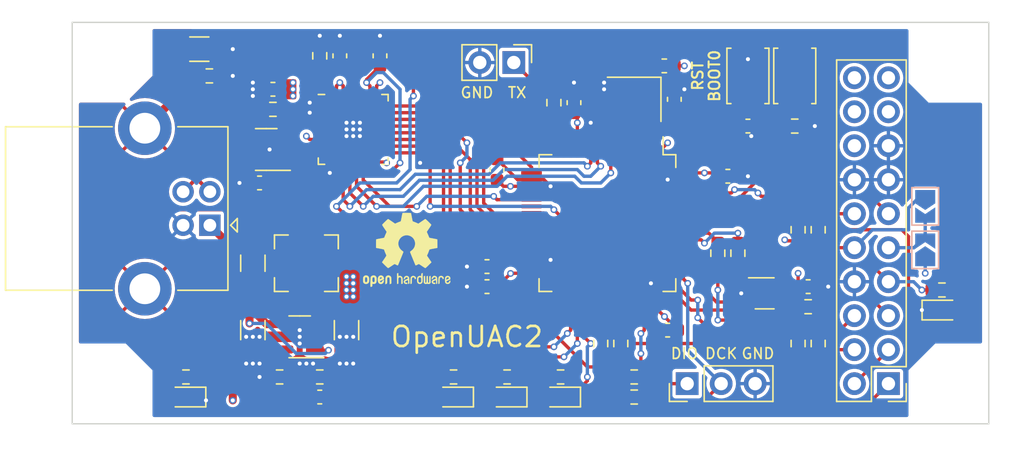
<source format=kicad_pcb>
(kicad_pcb (version 20211014) (generator pcbnew)
  (layers (0 "F.Cu" signal) (1 "In1.Cu" signal) (2 "In2.Cu" signal) (31 "B.Cu" signal) (34 "B.Paste" user) (35 "F.Paste" user) (36 "B.SilkS" user "B.Silkscreen") (37 "F.SilkS" user "F.Silkscreen") (38 "B.Mask" user) (39 "F.Mask" user) (44 "Edge.Cuts" user))
  (net 0 "")
  (net 1 "VBUS")
  (net 2 "GND")
  (net 3 "+3V3")
  (net 4 "Net-(C11-Pad2)")
  (net 5 "Net-(C12-Pad2)")
  (net 6 "Net-(D1-Pad2)")
  (net 7 "Net-(F1-Pad1)")
  (net 8 "Net-(L1-Pad1)")
  (net 9 "/RCC_MCO1")
  (net 13 "/ULPI_STP")
  (net 15 "/ULPI_DIR")
  (net 16 "/ULPI_NXT")
  (net 19 "/ULPI_D0")
  (net 21 "/ULPI_CK")
  (net 23 "/I2S_DATA{slash}DSD1")
  (net 26 "/ULPI_D1")
  (net 27 "/ULPI_D2")
  (net 28 "/ULPI_D4")
  (net 29 "/ULPI_D3")
  (net 30 "/ULPI_D5")
  (net 31 "/ULPI_D6")
  (net 32 "/LED1")
  (net 33 "Net-(D2-Pad2)")
  (net 36 "/RCC_MCO2")
  (net 41 "/SWD_IO")
  (net 42 "/SWD_CK")
  (net 43 "/EXTI2")
  (net 44 "/I2S_BCK{slash}DSDCK")
  (net 46 "/ULPI_D7")
  (net 52 "/24M_CK")
  (net 53 "/I2S_MCK")
  (net 54 "/I2S_LRCK{slash}DSD2")
  (net 55 "/I2S3_WS")
  (net 56 "/I2S3_CK")
  (net 57 "/I2S1_CK")
  (net 58 "/F0")
  (net 59 "/F1")
  (net 60 "/F2")
  (net 61 "/F3")
  (net 62 "/MUTE")
  (net 63 "/DSDOE")
  (net 64 "/USB_SHIELD")
  (net 65 "/USB_CONN_D+")
  (net 66 "/USB_CONN_D-")
  (net 67 "/USB_D-")
  (net 68 "/USB_D+")
  (net 69 "/I2S1_SD")
  (net 70 "/I2S3_SD")
  (net 71 "/I2C1_SCL")
  (net 72 "/I2C1_SDA")
  (net 73 "/NRST")
  (net 74 "Net-(C16-Pad2)")
  (net 75 "/BOOT0")
  (net 76 "/LED2")
  (net 77 "Net-(D3-Pad2)")
  (net 78 "Net-(J4-Pad9)")
  (net 80 "Net-(C8-Pad1)")
  (net 81 "Net-(C15-Pad2)")
  (net 82 "Net-(U3-Pad5)")
  (net 83 "/UART4_TX")
  (net 84 "Net-(R2-Pad1)")
  (net 85 "Net-(D2-Pad1)")
  (net 86 "Net-(D4-Pad2)")
  (net 87 "Net-(R17-Pad2)")
  (net 88 "Net-(R21-Pad1)")
  (net 89 "Net-(D5-Pad2)")
  (net 90 "Net-(R23-Pad2)")
  (footprint "Inductor_SMD:L_Bourns-SRN4018" (layer "F.Cu") (at 67.5 68)
    (fp_text reference "L1" hide)
    (fp_text value "4.7u")
  )
  (footprint "Resistor_SMD:R_0603_1608Metric" (layer "F.Cu") (at 104.25 74 -90)
    (fp_text reference "R18" hide)
    (fp_text value "22")
  )
  (footprint "Inductor_SMD:L_0603_1608Metric" (layer "F.Cu") (at 94.25 53.25 180)
    (fp_text reference "FB1" hide)
    (fp_text value "600R")
  )
  (footprint "MountingHole:MountingHole_3.2mm_M3" (layer "F.Cu") (at 116 52.5)
    (fp_text reference "H1" hide)
    (fp_text value "MountingHole")
  )
  (footprint "MountingHole:MountingHole_3.2mm_M3" (layer "F.Cu") (at 116 77.5)
    (fp_text reference "H4" hide)
    (fp_text value "MountingHole")
  )
  (footprint "Connector_USB:USB_B_Lumberg_2411_02_Horizontal" (layer "F.Cu") (at 60.2875 65.16 180)
    (fp_text reference "J1" hide)
    (fp_text value "USB_B")
  )
  (footprint "Capacitor_SMD:C_1206_3216Metric" (layer "F.Cu") (at 70.5 73 -90)
    (fp_text reference "C7" hide)
    (fp_text value "106/50V")
  )
  (footprint "Resistor_SMD:R_0603_1608Metric" (layer "F.Cu") (at 89.5 74 -90)
    (fp_text reference "R15" hide)
    (fp_text value "10")
  )
  (footprint "Resistor_SMD:R_0603_1608Metric" (layer "F.Cu") (at 92 76.5)
    (fp_text reference "R7" hide)
    (fp_text value "10k")
  )
  (footprint "Resistor_SMD:R_0603_1608Metric" (layer "F.Cu") (at 105.75 74 -90)
    (fp_text reference "R16" hide)
    (fp_text value "22")
  )
  (footprint "Resistor_SMD:R_0603_1608Metric" (layer "F.Cu") (at 86.5 76.5 180)
    (fp_text reference "R11" hide)
    (fp_text value "1k")
  )
  (footprint "Resistor_SMD:R_0603_1608Metric" (layer "F.Cu") (at 91 74 -90)
    (fp_text reference "R6" hide)
    (fp_text value "10")
  )
  (footprint "Resistor_SMD:R_0603_1608Metric" (layer "F.Cu") (at 86 56 90)
    (fp_text reference "R2" hide)
    (fp_text value "22")
  )
  (footprint "Crystal:Crystal_SMD_3225-4Pin_3.2x2.5mm" (layer "F.Cu") (at 92 55.75 180)
    (fp_text reference "X1" hide)
    (fp_text value "24.576M")
  )
  (footprint "Capacitor_SMD:C_0603_1608Metric" (layer "F.Cu") (at 70 52.5 -90)
    (fp_text reference "C16" hide)
    (fp_text value "475")
  )
  (footprint "Resistor_SMD:R_0603_1608Metric" (layer "F.Cu") (at 68.5 52.5 -90)
    (fp_text reference "R23" hide)
    (fp_text value "12k")
  )
  (footprint "Fuse:Fuse_1206_3216Metric" (layer "F.Cu") (at 63.5 68 -90)
    (fp_text reference "F1" hide)
    (fp_text value "500mA")
  )
  (footprint "Button_Switch_SMD:SW_Push_SPST_NO_Alps_SKRK" (layer "F.Cu") (at 104 54 90)
    (fp_text reference "SW1" hide)
    (fp_text value "SW_Push")
  )
  (footprint "Resistor_SMD:R_0603_1608Metric" (layer "F.Cu") (at 78.5 76.5)
    (fp_text reference "R19" hide)
    (fp_text value "1k")
  )
  (footprint "Resistor_SMD:R_0603_1608Metric" (layer "F.Cu") (at 60.25 54 180)
    (fp_text reference "R4" hide)
    (fp_text value "1M")
  )
  (footprint "Capacitor_SMD:C_0603_1608Metric" (layer "F.Cu") (at 87.5 56 -90)
    (fp_text reference "C6" hide)
    (fp_text value "104")
  )
  (footprint "Capacitor_SMD:C_0603_1608Metric" (layer "F.Cu") (at 81.75 61 -90)
    (fp_text reference "C3" hide)
    (fp_text value "104")
  )
  (footprint "Connector_PinHeader_2.54mm:PinHeader_1x02_P2.54mm_Vertical" (layer "F.Cu") (at 83 53 -90)
    (fp_text reference "J2" hide)
    (fp_text value "Conn_01x02")
  )
  (footprint "Resistor_SMD:R_0603_1608Metric" (layer "F.Cu") (at 104 57.75 180)
    (fp_text reference "R12" hide)
    (fp_text value "100k")
  )
  (footprint "Capacitor_SMD:C_0603_1608Metric" (layer "F.Cu") (at 73 52.5 -90)
    (fp_text reference "C15" hide)
    (fp_text value "475")
  )
  (footprint "Resistor_SMD:R_0603_1608Metric" (layer "F.Cu") (at 105 71.25)
    (fp_text reference "R21" hide)
    (fp_text value "10")
  )
  (footprint "Capacitor_SMD:C_0603_1608Metric" (layer "F.Cu") (at 100.5 57.75)
    (fp_text reference "C14" hide)
    (fp_text value "104")
  )
  (footprint "Resistor_SMD:R_0603_1608Metric" (layer "F.Cu") (at 65 56.5)
    (fp_text reference "R17" hide)
    (fp_text value "10k")
  )
  (footprint "Button_Switch_SMD:SW_Push_SPST_NO_Alps_SKRK" (layer "F.Cu") (at 100.5 54 -90)
    (fp_text reference "SW2" hide)
    (fp_text value "SW_Push")
  )
  (footprint "Capacitor_SMD:C_0603_1608Metric" (layer "F.Cu") (at 99 61.5 180)
    (fp_text reference "C2" hide)
    (fp_text value "104")
  )
  (footprint "Resistor_SMD:R_0603_1608Metric" (layer "F.Cu") (at 65.5 76.5)
    (fp_text reference "R3" hide)
    (fp_text value "100k")
  )
  (footprint "Capacitor_SMD:C_1206_3216Metric" (layer "F.Cu") (at 59.5 52)
    (fp_text reference "C10" hide)
    (fp_text value "104")
  )
  (footprint "Capacitor_SMD:C_1206_3216Metric" (layer "F.Cu") (at 63.5 73 -90)
    (fp_text reference "C1" hide)
    (fp_text value "106/50V")
  )
  (footprint "Capacitor_SMD:C_0603_1608Metric" (layer "F.Cu") (at 68.5 78)
    (fp_text reference "C8" hide)
    (fp_text value "10p")
  )
  (footprint "MountingHole:MountingHole_3.2mm_M3" (layer "F.Cu") (at 52.5 52.5)
    (fp_text reference "H3" hide)
    (fp_text value "MountingHole")
  )
  (footprint "Package_TO_SOT_SMD:SOT-23-5" (layer "F.Cu") (at 67 73.5 180)
    (fp_text reference "U1" hide)
    (fp_text value "SY8088")
  )
  (footprint "Resistor_SMD:R_0603_1608Metric" (layer "F.Cu") (at 82.5 76.5)
    (fp_text reference "R20" hide)
    (fp_text value "1k")
  )
  (footprint "Capacitor_SMD:C_0603_1608Metric" (layer "F.Cu") (at 64 62 180)
    (fp_text reference "C9" hide)
    (fp_text value "104")
  )
  (footprint "Resistor_SMD:R_0603_1608Metric" (layer "F.Cu") (at 92 78)
    (fp_text reference "R9" hide)
    (fp_text value "10k")
  )
  (footprint "Package_DFN_QFN:QFN-32-1EP_5x5mm_P0.5mm_EP3.45x3.45mm" (layer "F.Cu") (at 71 58)
    (fp_text reference "U4" hide)
    (fp_text value "USB3300-EZK")
  )
  (footprint "Capacitor_SMD:C_0603_1608Metric" (layer "F.Cu") (at 105 69.75)
    (fp_text reference "C17" hide)
    (fp_text value "103")
  )
  (footprint "Package_QFP:LQFP-64_10x10mm_P0.5mm" (layer "F.Cu") (at 90 65 -90)
    (fp_text reference "U3" hide)
    (fp_text value "STM32F446RETx")
  )
  (footprint "LED_SMD:LED_0603_1608Metric" (layer "F.Cu") (at 86.5 78 180)
    (fp_text reference "D2" hide)
    (fp_text value "LED_BLUE")
  )
  (footprint "Resistor_SMD:R_0603_1608Metric" (layer "F.Cu") (at 68.5 76.5)
    (fp_text reference "R1" hide)
    (fp_text value "453k")
  )
  (footprint "Package_TO_SOT_SMD:SOT-363_SC-70-6" (layer "F.Cu") (at 101.75 70.25)
    (fp_text reference "U5" hide)
    (fp_text value "74LVC1G3157")
  )
  (footprint "Resistor_SMD:R_0603_1608Metric" (layer "F.Cu") (at 115 70 180)
    (fp_text reference "R22" hide)
    (fp_text value "1k")
  )
  (footprint "Capacitor_SMD:C_0603_1608Metric" (layer "F.Cu") (at 94.5 73)
    (fp_text reference "C5" hide)
    (fp_text value "104")
  )
  (footprint "Resistor_SMD:R_0603_1608Metric" (layer "F.Cu") (at 104.25 65.5 90)
    (fp_text reference "R13" hide)
    (fp_text value "4.7k")
  )
  (footprint "MountingHole:MountingHole_3.2mm_M3" (layer "F.Cu") (at 52.5 77.5)
    (fp_text reference "H2" hide)
    (fp_text value "MountingHole")
  )
  (footprint "Resistor_SMD:R_0603_1608Metric" (layer "F.Cu") (at 98.25 67.25 90)
    (fp_text reference "R10" hide)
    (fp_text value "0")
  )
  (footprint "Resistor_SMD:R_0603_1608Metric" (layer "F.Cu") (at 99.75 67.25 -90)
    (fp_text reference "R8" hide)
    (fp_text value "0")
  )
  (footprint "Capacitor_SMD:C_0603_1608Metric" (layer "F.Cu") (at 81 68.25)
    (fp_text reference "C11" hide)
    (fp_text value "104")
  )
  (footprint "Connector_PinHeader_2.54mm:PinHeader_2x10_P2.54mm_Vertical" (layer "F.Cu") (at 111 77 180)
    (fp_text reference "J4" hide)
    (fp_text value "Conn_02x10_Top_Bottom")
  )
  (footprint "Resistor_SMD:R_0603_1608Metric" (layer "F.Cu") (at 58.5 76.5)
    (fp_text reference "R5" hide)
    (fp_text value "1k")
  )
  (footprint "Package_TO_SOT_SMD:SOT-23-6" (layer "F.Cu") (at 64.5 59.5 180)
    (fp_text reference "U2" hide)
    (fp_text value "USBLC6-2SC6")
  )
  (footprint "Symbol:OSHW-Logo2_7.3x6mm_SilkScreen" (layer "F.Cu") (at 75 67)
    (fp_text reference "REF**" hide)
    (fp_text value "OSHW-Logo2_7.3x6mm_SilkScreen" hide)
  )
  (footprint "LED_SMD:LED_0603_1608Metric" (layer "F.Cu") (at 82.5 78 180)
    (fp_text reference "D4" hide)
    (fp_text value "LED_GREEN")
  )
  (footprint "Resistor_SMD:R_0603_1608Metric" (layer "F.Cu") (at 105.75 65.5 90)
    (fp_text reference "R14" hide)
    (fp_text value "4.7k")
  )
  (footprint "Capacitor_SMD:C_0603_1608Metric" (layer "F.Cu") (at 95 55.75 -90)
    (fp_text reference "C12" hide)
    (fp_text value "103")
  )
  (footprint "Capacitor_SMD:C_0603_1608Metric" (layer "F.Cu") (at 81 69.75)
    (fp_text reference "C4" hide)
    (fp_text value "104")
  )
  (footprint "LED_SMD:LED_0603_1608Metric" (layer "F.Cu") (at 78.5 78 180)
    (fp_text reference "D3" hide)
    (fp_text value "LED_RED")
  )
  (footprint "LED_SMD:LED_0603_1608Metric" (layer "F.Cu") (at 115 71.5)
    (fp_text reference "D5" hide)
    (fp_text value "LED_YELLOW")
  )
  (footprint "Capacitor_SMD:C_0603_1608Metric" (layer "F.Cu") (at 65 55)
    (fp_text reference "C13" hide)
    (fp_text value "104")
  )
  (footprint "Connector_PinHeader_2.54mm:PinHeader_1x03_P2.54mm_Vertical" (layer "F.Cu") (at 95.96 77 90)
    (fp_text reference "J3" hide)
    (fp_text value "Conn_01x03")
  )
  (footprint "LED_SMD:LED_0603_1608Metric" (layer "F.Cu") (at 58.5 78 180)
    (fp_text reference "D1" hide)
    (fp_text value "LED_WHITE")
  )
  (footprint "Jumper:SolderJumper-2_P1.3mm_Open_TrianglePad1.0x1.5mm" (layer "B.Cu") (at 113.75 67 90)
    (fp_text reference "JP2" hide)
    (fp_text value "SolderJumper_2_Open")
  )
  (footprint "Jumper:SolderJumper-2_P1.3mm_Open_TrianglePad1.0x1.5mm" (layer "B.Cu") (at 113.75 63.75 -90)
    (fp_text reference "JP1" hide)
    (fp_text value "SolderJumper_2_Open")
  )
  (gr_line (start 50 50) (end 50 80) (layer "Edge.Cuts") (width 0.1))
  (gr_line (start 50 50) (end 118.5 50) (layer "Edge.Cuts") (width 0.1))
  (gr_line (start 118.5 80) (end 118.5 50) (layer "Edge.Cuts") (width 0.1))
  (gr_line (start 50 80) (end 118.5 80) (layer "Edge.Cuts") (width 0.1))
  (gr_text "GND" (at 101.25 74.75) (layer "F.SilkS") (effects (font (size 0.8 0.8) (thickness 0.125))))
  (gr_text "TX" (at 83.25 55.25) (layer "F.SilkS") (effects (font (size 0.8 0.8) (thickness 0.125))))
  (gr_text "OpenUAC2" (at 79.5 73.5) (layer "F.SilkS") (effects (font (size 1.5 1.5) (thickness 0.2))))
  (gr_text "GND" (at 80.25 55.25) (layer "F.SilkS") (effects (font (size 0.8 0.8) (thickness 0.125))))
  (gr_text "DCK" (at 98.5 74.75) (layer "F.SilkS") (effects (font (size 0.8 0.8) (thickness 0.125))))
  (gr_text "DIO" (at 95.75 74.75) (layer "F.SilkS") (effects (font (size 0.8 0.8) (thickness 0.125))))
  (gr_text "BOOT0\n" (at 98 54 90) (layer "F.SilkS") (effects (font (size 0.8 0.8))))
  (gr_text "RST" (at 96.75 54 90) (layer "F.SilkS") (effects (font (size 0.8 0.8))))
  (segment (start 57.75 66.5) (end 60.6 66.5) (width 0.25) (layer "F.Cu") (net 1))
  (segment (start 62.775 64) (end 57.5 64) (width 0.25) (layer "F.Cu") (net 1))
  (segment (start 64.5 56.825) (end 64.175 56.5) (width 0.25) (layer "F.Cu") (net 1))
  (segment (start 69.1505 74.5) (end 68.1875 74.5) (width 0.25) (layer "F.Cu") (net 1))
  (segment (start 64.5 58.75) (end 64.5 56.825) (width 0.25) (layer "F.Cu") (net 1))
  (segment (start 60.6 66.5) (end 63.5 69.4) (width 0.25) (layer "F.Cu") (net 1))
  (segment (start 62 78.25) (end 62 71.75) (width 0.6) (layer "F.Cu") (net 1))
  (segment (start 57 65.75) (end 57.75 66.5) (width 0.25) (layer "F.Cu") (net 1))
  (segment (start 62 71.75) (end 62.25 71.5) (width 0.6) (layer "F.Cu") (net 1))
  (segment (start 63.25 71.775) (end 63.5 71.525) (width 0.6) (layer "F.Cu") (net 1))
  (segment (start 63.475 71.5) (end 63.5 71.525) (width 0.6) (layer "F.Cu") (net 1))
  (segment (start 64 59.5) (end 63.3625 59.5) (width 0.25) (layer "F.Cu") (net 1))
  (segment (start 62.25 71.5) (end 63.475 71.5) (width 0.6) (layer "F.Cu") (net 1))
  (segment (start 64.5 61.725) (end 64.775 62) (width 0.25) (layer "F.Cu") (net 1))
  (segment (start 63.25 72.5) (end 63.25 71.775) (width 0.6) (layer "F.Cu") (net 1))
  (segment (start 63.5 69.4) (end 63.5 71.525) (width 0.6) (layer "F.Cu") (net 1))
  (segment (start 65.8625 72.55) (end 64.525 72.55) (width 0.6) (layer "F.Cu") (net 1))
  (segment (start 64.5 60.25) (end 64.5 61.725) (width 0.25) (layer "F.Cu") (net 1))
  (segment (start 64 59.75) (end 64.5 60.25) (width 0.25) (layer "F.Cu") (net 1))
  (segment (start 57 64.5) (end 57 65.75) (width 0.25) (layer "F.Cu") (net 1))
  (segment (start 64 59.5) (end 64 59.25) (width 0.25) (layer "F.Cu") (net 1))
  (segment (start 64 59.25) (end 64.5 58.75) (width 0.25) (layer "F.Cu") (net 1))
  (segment (start 57.5 64) (end 57 64.5) (width 0.25) (layer "F.Cu") (net 1))
  (segment (start 64 59.5) (end 64 59.75) (width 0.25) (layer "F.Cu") (net 1))
  (segment (start 68.1875 74.5) (end 68.1375 74.45) (width 0.25) (layer "F.Cu") (net 1))
  (segment (start 64.525 72.55) (end 63.5 71.525) (width 0.6) (layer "F.Cu") (net 1))
  (segment (start 64.775 62) (end 62.775 64) (width 0.25) (layer "F.Cu") (net 1))
  (via (at 62 78.25) (size 0.5) (drill 0.3) (layers "F.Cu" "B.Cu") (net 1))
  (via (at 69.1505 74.5) (size 0.5) (drill 0.3) (layers "F.Cu" "B.Cu") (net 1))
  (via (at 63.25 72.5) (size 0.5) (drill 0.3) (layers "F.Cu" "B.Cu") (net 1))
  (via (at 113.75 68.75) (size 0.5) (drill 0.3) (layers "F.Cu" "B.Cu") (net 1))
  (segment (start 68.9005 74.75) (end 66.75 74.75) (width 0.25) (layer "B.Cu") (net 1))
  (segment (start 66.75 74.75) (end 64.5 72.5) (width 0.25) (layer "B.Cu") (net 1))
  (segment (start 113.75 68.75) (end 113.75 67.725) (width 0.25) (layer "B.Cu") (net 1))
  (segment (start 64.5 72.5) (end 63.25 72.5) (width 0.25) (layer "B.Cu") (net 1))
  (segment (start 69.1505 74.5) (end 68.9005 74.75) (width 0.25) (layer "B.Cu") (net 1))
  (segment (start 95.675 61.75) (end 94.5 61.75) (width 0.25) (layer "F.Cu") (net 2))
  (segment (start 88.25 58.484994) (end 88.25 58) (width 0.25) (layer "F.Cu") (net 2))
  (segment (start 83.275 61.75) (end 81.75 60.225) (width 0.25) (layer "F.Cu") (net 2))
  (segment (start 88.25 58.484994) (end 88.25 59.325) (width 0.25) (layer "F.Cu") (net 2))
  (segment (start 68.5625 56.25) (end 68 56.25) (width 0.25) (layer "F.Cu") (net 2))
  (segment (start 68 56.25) (end 67.75 56) (width 0.25) (layer "F.Cu") (net 2))
  (segment (start 69.25 61.25) (end 69.25 60.4375) (width 0.25) (layer "F.Cu") (net 2))
  (segment (start 93.25 70.675) (end 93.25 69.5) (width 0.25) (layer "F.Cu") (net 2))
  (segment (start 100.8 70.25) (end 100 70.25) (width 0.25) (layer "F.Cu") (net 2))
  (segment (start 93.25 72.525) (end 93.725 73) (width 0.25) (layer "F.Cu") (net 2))
  (segment (start 85.25 68.25) (end 84.325 68.25) (width 0.25) (layer "F.Cu") (net 2))
  (segment (start 59.5375 78.25) (end 60 78.25) (width 0.25) (layer "F.Cu") (net 2))
  (segment (start 93.25 70.675) (end 93.25 72.525) (width 0.25) (layer "F.Cu") (net 2))
  (segment (start 80.225 69.75) (end 79.5 69.75) (width 0.25) (layer "F.Cu") (net 2))
  (segment (start 95.025 55) (end 95 54.975) (width 0.25) (layer "F.Cu") (net 2))
  (segment (start 100.5 51.9) (end 100.5 52.75) (width 0.25) (layer "F.Cu") (net 2))
  (segment (start 84.325 61.75) (end 83.275 61.75) (width 0.25) (layer "F.Cu") (net 2))
  (segment (start 65.6375 59.5) (end 64.75 59.5) (width 0.25) (layer "F.Cu") (net 2))
  (segment (start 68.5 51.675) (end 68.5 51) (width 0.25) (layer "F.Cu") (net 2))
  (segment (start 114.2125 71.5) (end 113.5 71.5) (width 0.25) (layer "F.Cu") (net 2))
  (segment (start 87.5 55.225) (end 87.5 54.5) (width 0.25) (layer "F.Cu") (net 2))
  (segment (start 85.75 62.25) (end 85.25 61.75) (width 0.25) (layer "F.Cu") (net 2))
  (segment (start 61.075 54) (end 62 54) (width 0.25) (layer "F.Cu") (net 2))
  (segment (start 85.75 67.75) (end 85.25 68.25) (width 0.25) (layer "F.Cu") (net 2))
  (segment (start 63.225 62) (end 62.5 62) (width 0.25) (layer "F.Cu") (net 2))
  (segment (start 60.975 52) (end 62 52) (width 0.25) (layer "F.Cu") (net 2))
  (segment (start 88.25 58) (end 88.75 57.5) (width 0.25) (layer "F.Cu") (net 2))
  (segment (start 70 51.725) (end 70 51) (width 0.25) (layer "F.Cu") (net 2))
  (segment (start 105.775 69.75) (end 106.5 69.75) (width 0.25) (layer "F.Cu") (net 2))
  (segment (start 100.75 58.5) (end 101.275 57.975) (width 0.25) (layer "F.Cu") (net 2))
  (segment (start 59.2875 78) (end 59.5375 78.25) (width 0.25) (layer "F.Cu") (net 2))
  (segment (start 85.25 61.75) (end 84.325 61.75) (width 0.25) (layer "F.Cu") (net 2))
  (segment (start 80.225 68.25) (end 79.5 68.25) (width 0.25) (layer "F.Cu") (net 2))
  (segment (start 95.75 55) (end 95.025 55) (width 0.25) (layer "F.Cu") (net 2))
  (segment (start 68.5625 56.75) (end 67.75 56.75) (width 0.25) (layer "F.Cu") (net 2))
  (segment (start 100.5 61.5) (end 99.775 61.5) (width 0.25) (layer "F.Cu") (net 2))
  (segment (start 73 51.725) (end 73 51) (width 0.25) (layer "F.Cu") (net 2))
  (segment (start 101.275 57.975) (end 101.275 57.75) (width 0.25) (layer "F.Cu") (net 2))
  (segment (start 64.675 76.5) (end 64 76.5) (width 0.25) (layer "F.Cu") (net 2))
  (segment (start 105.5 57.75) (end 104.825 57.75) (width 0.25) (layer "F.Cu") (net 2))
  (via (at 100 70.25) (size 0.5) (drill 0.3) (layers "F.Cu" "B.Cu") (net 2))
  (via (at 64 73.5) (size 0.5) (drill 0.3) (layers "F.Cu" "B.Cu") (net 2))
  (via (at 63.5 55) (size 0.5) (drill 0.3) (layers "F.Cu" "B.Cu") (net 2))
  (via (at 64 75.5) (size 0.5) (drill 0.3) (layers "F.Cu" "B.Cu") (net 2))
  (via (at 85.75 67.75) (size 0.5) (drill 0.3) (layers "F.Cu" "B.Cu") (net 2))
  (via (at 100.75 58.5) (size 0.5) (drill 0.3) (layers "F.Cu" "B.Cu") (net 2))
  (via (at 70.5 75.5) (size 0.5) (drill 0.3) (layers "F.Cu" "B.Cu") (net 2))
  (via (at 71 57.5) (size 0.5) (drill 0.3) (layers "F.Cu" "B.Cu") (net 2))
  (via (at 64.75 59.5) (size 0.5) (drill 0.3) (layers "F.Cu" "B.Cu") (net 2))
  (via (at 105.5 57.75) (size 0.5) (drill 0.3) (layers "F.Cu" "B.Cu") (net 2))
  (via (at 71 75.5) (size 0.5) (drill 0.3) (layers "F.Cu" "B.Cu") (net 2))
  (via (at 68.5 51) (size 0.5) (drill 0.3) (layers "F.Cu" "B.Cu") (net 2))
  (via (at 71 58.5) (size 0.5) (drill 0.3) (layers "F.Cu" "B.Cu") (net 2))
  (via (at 63 73.5) (size 0.5) (drill 0.3) (layers "F.Cu" "B.Cu") (net 2))
  (via (at 62 52) (size 0.5) (drill 0.3) (layers "F.Cu" "B.Cu") (net 2))
  (via (at 85.75 62.25) (size 0.5) (drill 0.3) (layers "F.Cu" "B.Cu") (net 2))
  (via (at 70 73.5) (size 0.5) (drill 0.3) (layers "F.Cu" "B.Cu") (net 2))
  (via (at 89.75 55) (size 0.5) (drill 0.3) (layers "F.Cu" "B.Cu") (net 2))
  (via (at 87.5 54.5) (size 0.5) (drill 0.3) (layers "F.Cu" "B.Cu") (net 2))
  (via (at 73 51) (size 0.5) (drill 0.3) (layers "F.Cu" "B.Cu") (net 2))
  (via (at 71 73.5) (size 0.5) (drill 0.3) (layers "F.Cu" "B.Cu") (net 2))
  (via (at 100.5 61.5) (size 0.5) (drill 0.3) (layers "F.Cu" "B.Cu") (net 2))
  (via (at 71.5 57.5) (size 0.5) (drill 0.3) (layers "F.Cu" "B.Cu") (net 2))
  (via (at 79.5 68.25) (size 0.5) (drill 0.3) (layers "F.Cu" "B.Cu") (net 2))
  (via (at 69.25 61.25) (size 0.5) (drill 0.3) (layers "F.Cu" "B.Cu") (net 2))
  (via (at 68 75.5) (size 0.5) (drill 0.3) (layers "F.Cu" "B.Cu") (net 2))
  (via (at 60 78.25) (size 0.5) (drill 0.3) (layers "F.Cu" "B.Cu") (net 2))
  (via (at 76 60.5) (size 0.5) (drill 0.3) (layers "F.Cu" "B.Cu") (net 2))
  (via (at 67 73) (size 0.5) (drill 0.3) (layers "F.Cu" "B.Cu") (net 2))
  (via (at 63.5 54.5) (size 0.5) (drill 0.3) (layers "F.Cu" "B.Cu") (net 2))
  (via (at 106.5 69.75) (size 0.5) (drill 0.3) (layers "F.Cu" "B.Cu") (net 2))
  (via (at 95.75 55) (size 0.5) (drill 0.3) (layers "F.Cu" "B.Cu") (net 2))
  (via (at 67 74) (size 0.5) (drill 0.3) (layers "F.Cu" "B.Cu") (net 2))
  (via (at 71 58) (size 0.5) (drill 0.3) (layers "F.Cu" "B.Cu") (net 2))
  (via (at 70 51) (size 0.5) (drill 0.3) (layers "F.Cu" "B.Cu") (net 2))
  (via (at 67.75 56.75) (size 0.5) (drill 0.3) (layers "F.Cu" "B.Cu") (net 2))
  (via (at 94.5 61.75) (size 0.5) (drill 0.3) (layers "F.Cu" "B.Cu") (net 2))
  (via (at 70.5 57.5) (size 0.5) (drill 0.3) (layers "F.Cu" "B.Cu") (net 2))
  (via (at 64 76.5) (size 0.5) (drill 0.3) (layers "F.Cu" "B.Cu") (net 2))
  (via (at 71.5 58.5) (size 0.5) (drill 0.3) (layers "F.Cu" "B.Cu") (net 2))
  (via (at 89.75 54.5) (size 0.5) (drill 0.3) (layers "F.Cu" "B.Cu") (net 2))
  (via (at 67.5 75.5) (size 0.5) (drill 0.3) (layers "F.Cu" "B.Cu") (net 2))
  (via (at 70.5 73.5) (size 0.5) (drill 0.3) (layers "F.Cu" "B.Cu") (net 2))
  (via (at 67 75.5) (size 0.5) (drill 0.3) (layers "F.Cu" "B.Cu") (net 2))
  (via (at 67.75 56) (size 0.5) (drill 0.3) (layers "F.Cu" "B.Cu") (net 2))
  (via (at 70 75.5) (size 0.5) (drill 0.3) (layers "F.Cu" "B.Cu") (net 2))
  (via (at 71.5 58) (size 0.5) (drill 0.3) (layers "F.Cu" "B.Cu") (net 2))
  (via (at 100.5 52.75) (size 0.5) (drill 0.3) (layers "F.Cu" "B.Cu") (net 2))
  (via (at 88.75 57.5) (size 0.5) (drill 0.3) (layers "F.Cu" "B.Cu") (net 2))
  (via (at 63.5 73.5) (size 0.5) (drill 0.3) (layers "F.Cu" "B.Cu") (net 2))
  (via (at 113.5 71.5) (size 0.5) (drill 0.3) (layers "F.Cu" "B.Cu") (net 2))
  (via (at 62 54) (size 0.5) (drill 0.3) (layers "F.Cu" "B.Cu") (net 2))
  (via (at 67 73.5) (size 0.5) (drill 0.3) (layers "F.Cu" "B.Cu") (net 2))
  (via (at 63 75.5) (size 0.5) (drill 0.3) (layers "F.Cu" "B.Cu") (net 2))
  (via (at 70.5 58.5) (size 0.5) (drill 0.3) (layers "F.Cu" "B.Cu") (net 2))
  (via (at 63.5 55.5) (size 0.5) (drill 0.3) (layers "F.Cu" "B.Cu") (net 2))
  (via (at 70.5 58) (size 0.5) (drill 0.3) (layers "F.Cu" "B.Cu") (net 2))
  (via (at 79.5 69.75) (size 0.5) (drill 0.3) (layers "F.Cu" "B.Cu") (net 2))
  (via (at 62.5 62) (size 0.5) (drill 0.3) (layers "F.Cu" "B.Cu") (net 2))
  (via (at 63.5 75.5) (size 0.5) (drill 0.3) (layers "F.Cu" "B.Cu") (net 2))
  (via (at 93.25 69.5) (size 0.5) (drill 0.3) (layers "F.Cu" "B.Cu") (net 2))
  (segment (start 97.25 61.25) (end 97.975 61.25) (width 0.25) (layer "F.Cu") (net 3))
  (segment (start 87.75 57.025) (end 87.5 56.775) (width 0.25) (layer "F.Cu") (net 3))
  (segment (start 104.25 69.725) (end 104.225 69.75) (width 0.25) (layer "F.Cu") (net 3))
  (segment (start 69.75 55.5625) (end 69.75 54.75) (width 0.25) (layer "F.Cu") (net 3))
  (segment (start 91.175 78) (end 92.175 79) (width 0.25) (layer "F.Cu") (net 3))
  (segment (start 106.265 66.84) (end 105.75 66.325) (width 0.25) (layer "F.Cu") (net 3))
  (segment (start 94.175 59.325) (end 94.5 59) (width 0.25) (layer "F.Cu") (net 3))
  (segment (start 82.225 62.25) (end 81.75 61.775) (width 0.25) (layer "F.Cu") (net 3))
  (segment (start 80.75 79) (end 80.75 77.425) (width 0.25) (layer "F.Cu") (net 3))
  (segment (start 70.525 71.5) (end 72.675 71.5) (width 0.25) (layer "F.Cu") (net 3))
  (segment (start 93.75 70.675) (end 93.75 71.475) (width 0.25) (layer "F.Cu") (net 3))
  (segment (start 102.7 70.25) (end 103.725 70.25) (width 0.25) (layer "F.Cu") (net 3))
  (segment (start 76.75 79) (end 61.825 79) (width 0.25) (layer "F.Cu") (net 3))
  (segment (start 73.4375 60.4375) (end 72.75 60.4375) (width 0.25) (layer "F.Cu") (net 3))
  (segment (start 109 79) (end 111 77) (width 0.25) (layer "F.Cu") (net 3))
  (segment (start 91.175 78) (end 90.175 79) (width 0.25) (layer "F.Cu") (net 3))
  (segment (start 72.75 54.75) (end 73 54.5) (width 0.25) (layer "F.Cu") (net 3))
  (segment (start 95.0375 53.25) (end 95.75 53.25) (width 0.25) (layer "F.Cu") (net 3))
  (segment (start 102.25 53) (end 103.35 51.9) (width 0.25) (layer "F.Cu") (net 3))
  (segment (start 80.75 79) (end 76.75 79) (width 0.25) (layer "F.Cu") (net 3))
  (segment (start 61.825 79) (end 59.325 76.5) (width 0.25) (layer "F.Cu") (net 3))
  (segment (start 104.25 68.75) (end 104.25 69.725) (width 0.25) (layer "F.Cu") (net 3))
  (segment (start 87.75 59.325) (end 87.75 57.5) (width 0.25) (layer "F.Cu") (net 3))
  (segment (start 82.75 62.25) (end 82.225 62.25) (width 0.25) (layer "F.Cu") (net 3))
  (segment (start 70.5 71.525) (end 70.525 71.5) (width 0.25) (layer "F.Cu") (net 3))
  (segment (start 91.175 76.5) (end 91.175 78) (width 0.25) (layer "F.Cu") (net 3))
  (segment (start 70.25 54.75) (end 70 54.5) (width 0.25) (layer "F.Cu") (net 3))
  (segment (start 69.75 54.75) (end 70 54.5) (width 0.25) (layer "F.Cu") (net 3))
  (segment (start 80.75 77.425) (end 81.675 76.5) (width 0.25) (layer "F.Cu") (net 3))
  (segment (start 93.75 71.475) (end 94.2625 71.9875) (width 0.25) (layer "F.Cu") (net 3))
  (segment (start 72.75 55.5625) (end 72.75 54.75) (width 0.25) (layer "F.Cu") (net 3))
  (segment (start 84.75 77.425) (end 85.675 76.5) (width 0.25) (layer "F.Cu") (net 3))
  (segment (start 87.75 57.5) (end 87.75 57.025) (width 0.25) (layer "F.Cu") (net 3))
  (segment (start 103.325 66.325) (end 103.25 66.25) (width 0.25) (layer "F.Cu") (net 3))
  (segment (start 69.325 76.55) (end 69.275 76.5) (width 0.25) (layer "F.Cu") (net 3))
  (segment (start 68.5625 58.75) (end 67.75 58.75) (width 0.25) (layer "F.Cu") (net 3))
  (segment (start 103.725 70.25) (end 104.225 69.75) (width 0.25) (layer "F.Cu") (net 3))
  (segment (start 103.35 51.9) (end 104 51.9) (width 0.25) (layer "F.Cu") (net 3))
  (segment (start 108.46 66.84) (end 106.265 66.84) (width 0.25) (layer "F.Cu") (net 3))
  (segment (start 69.325 78) (end 69.325 76.55) (width 0.25) (layer "F.Cu") (net 3))
  (segment (start 73.5 60.5) (end 73.4375 60.4375) (width 0.25) (layer "F.Cu") (net 3))
  (segment (start 102.25 58.25) (end 102.25 53) (width 0.25) (layer "F.Cu") (net 3))
  (segment (start 84.75 79) (end 80.75 79) (width 0.25) (layer "F.Cu") (net 3))
  (segment (start 76.75 77.425) (end 77.675 76.5) (width 0.25) (layer "F.Cu") (net 3))
  (segment (start 72.675 71.5) (end 77.675 76.5) (width 0.25) (layer "F.Cu") (net 3))
  (segment (start 76.75 79) (end 76.75 77.425) (width 0.25) (layer "F.Cu") (net 3))
  (segment (start 90.175 79) (end 84.75 79) (width 0.25) (layer "F.Cu") (net 3))
  (segment (start 95.675 61.25) (end 97.25 61.25) (width 0.25) (layer "F.Cu") (net 3))
  (segment (start 72 76) (end 72 72.52548) (width 0.25) (layer "F.Cu") (net 3))
  (segment (start 72 72.52548) (end 70.99952 71.525) (width 0.25) (layer "F.Cu") (net 3))
  (segment (start 82.775 68.75) (end 82.7625 68.7625) (width 0.25) (layer "F.Cu") (net 3))
  (segment (start 94.2625 71.9875) (end 95.275 73) (width 0.25) (layer "F.Cu") (net 3))
  (segment (start 82.7625 68.7625) (end 81.775 69.75) (width 0.25) (layer "F.Cu") (net 3))
  (segment (start 98.225 61.5) (end 99.225 60.5) (width 0.25) (layer "F.Cu") (net 3))
  (segment (start 70.99952 71.525) (end 70.5 71.525) (width 0.25) (layer "F.Cu") (net 3))
  (segment (start 84.325 68.75) (end 82.775 68.75) (width 0.25) (layer "F.Cu") (net 3))
  (segment (start 104.25 66.325) (end 105.75 66.325) (width 0.25) (layer "F.Cu") (net 3))
  (segment (start 71.5 76.5) (end 72 76) (width 0.25) (layer "F.Cu") (net 3))
  (segment (start 97.975 61.25) (end 98.225 61.5) (width 0.25) (layer "F.Cu") (net 3))
  (segment (start 99.225 60.5) (end 100 60.5) (width 0.25) (layer "F.Cu") (net 3))
  (segment (start 100 60.5) (end 102.25 58.25) (width 0.25) (layer "F.Cu") (net 3))
  (segment (start 93.75 59.325) (end 94.175 59.325) (width 0.25) (layer "F.Cu") (net 3))
  (segment (start 84.75 79) (end 84.75 77.425) (width 0.25) (layer "F.Cu") (net 3))
  (segment (start 70.25 55.5625) (end 70.25 54.75) (width 0.25) (layer "F.Cu") (net 3))
  (segment (start 69.275 76.5) (end 71.5 76.5) (width 0.25) (layer "F.Cu") (net 3))
  (segment (start 67.75 58.75) (end 67.5 58.5) (width 0.25) (layer "F.Cu") (net 3))
  (segment (start 92.175 79) (end 109 79) (width 0.25) (layer "F.Cu") (net 3))
  (segment (start 104.25 66.325) (end 103.325 66.325) (width 0.25) (layer "F.Cu") (net 3))
  (segment (start 84.325 62.25) (end 82.75 62.25) (width 0.25) (layer "F.Cu") (net 3))
  (via (at 71 70.5) (size 0.5) (drill 0.3) (layers "F.Cu" "B.Cu") (net 3))
  (via (at 95.75 53.25) (size 0.5) (drill 0.3) (layers "F.Cu" "B.Cu") (net 3))
  (via (at 67.5 58.5) (size 0.5) (drill 0.3) (layers "F.Cu" "B.Cu") (net 3))
  (via (at 70.5 69.5) (size 0.5) (drill 0.3) (layers "F.Cu" "B.Cu") (net 3))
  (via (at 70.5 69) (size 0.5) (drill 0.3) (layers "F.Cu" "B.Cu") (net 3))
  (via (at 82.75 62.25) (size 0.5) (drill 0.3) (layers "F.Cu" "B.Cu") (net 3))
  (via (at 87.75 57.5) (size 0.5) (drill 0.3) (layers "F.Cu" "B.Cu") (net 3))
  (via (at 94.5 59) (size 0.5) (drill 0.3) (layers "F.Cu" "B.Cu") (net 3))
  (via (at 66.5 55.5) (size 0.5) (drill 0.3) (layers "F.Cu" "B.Cu") (net 3))
  (via (at 73.5 60.5) (size 0.5) (drill 0.3) (layers "F.Cu" "B.Cu") (net 3))
  (via (at 71 70) (size 0.5) (drill 0.3) (layers "F.Cu" "B.Cu") (net 3))
  (via (at 82.7625 68.7625) (size 0.5) (drill 0.3) (layers "F.Cu" "B.Cu") (net 3))
  (via (at 70 54.5) (size 0.5) (drill 0.3) (layers "F.Cu" "B.Cu") (net 3))
  (via (at 70.5 70) (size 0.5) (drill 0.3) (layers "F.Cu" "B.Cu") (net 3))
  (via (at 71 69.5) (size 0.5) (drill 0.3) (layers "F.Cu" "B.Cu") (net 3))
  (via (at 66.5 55) (size 0.5) (drill 0.3) (layers "F.Cu" "B.Cu") (net 3))
  (via (at 104.25 68.75) (size 0.5) (drill 0.3) (layers "F.Cu" "B.Cu") (net 3))
  (via (at 71 69) (size 0.5) (drill 0.3) (layers "F.Cu" "B.Cu") (net 3))
  (via (at 66.5 54.5) (size 0.5) (drill 0.3) (layers "F.Cu" "B.Cu") (net 3))
  (via (at 73 54.5) (size 0.5) (drill 0.3) (layers "F.Cu" "B.Cu") (net 3))
  (via (at 103.25 66.25) (size 0.5) (drill 0.3) (layers "F.Cu" "B.Cu") (net 3))
  (via (at 97.25 61.25) (size 0.5) (drill 0.3) (layers "F.Cu" "B.Cu") (net 3))
  (via (at 94.2625 71.9875) (size 0.5) (drill 0.3) (layers "F.Cu" "B.Cu") (net 3))
  (via (at 70.5 70.5) (size 0.5) (drill 0.3) (layers "F.Cu" "B.Cu") (net 3))
  (segment (start 112.5 65.5) (end 112.5 63.86606) (width 0.25) (layer "B.Cu") (net 3))
  (segment (start 113.34106 63.025) (end 113.75 63.025) (width 0.25) (layer "B.Cu") (net 3))
  (segment (start 108.46 66.84) (end 109.8 65.5) (width 0.25) (layer "B.Cu") (net 3))
  (segment (start 112.5 63.86606) (end 113.34106 63.025) (width 0.25) (layer "B.Cu") (net 3))
  (segment (start 109.8 65.5) (end 112.5 65.5) (width 0.25) (layer "B.Cu") (net 3))
  (segment (start 84.325 67.75) (end 82.275 67.75) (width 0.25) (layer "F.Cu") (net 4))
  (segment (start 82.275 67.75) (end 81.775 68.25) (width 0.25) (layer "F.Cu") (net 4))
  (segment (start 93.1 56.6) (end 94.925 56.6) (width 0.25) (layer "F.Cu") (net 5))
  (segment (start 94.925 56.6) (end 95 56.525) (width 0.25) (layer "F.Cu") (net 5))
  (segment (start 93.1 54.9) (end 93.1 56.6) (width 0.25) (layer "F.Cu") (net 5))
  (segment (start 93.4625 53.25) (end 93.4625 54.5375) (width 0.25) (layer "F.Cu") (net 5))
  (segment (start 93.4625 54.5375) (end 93.1 54.9) (width 0.25) (layer "F.Cu") (net 5))
  (segment (start 57.675 76.5) (end 57.675 77.9625) (width 0.25) (layer "F.Cu") (net 6))
  (segment (start 57.675 77.9625) (end 57.7125 78) (width 0.25) (layer "F.Cu") (net 6))
  (segment (start 60.2875 65.16) (end 61.7275 66.6) (width 0.6) (layer "F.Cu") (net 7))
  (segment (start 61.7275 66.6) (end 63.5 66.6) (width 0.6) (layer "F.Cu") (net 7))
  (segment (start 90.25 70.675) (end 90.25 72.425) (width 0.25) (layer "F.Cu") (net 9))
  (segment (start 90.25 72.425) (end 91 73.175) (width 0.25) (layer "F.Cu") (net 9))
  (segment (start 71.25 62.25) (end 71.25 60.4375) (width 0.25) (layer "F.Cu") (net 13))
  (segment (start 90.25 61.25) (end 90.25 59.325) (width 0.25) (layer "F.Cu") (net 13))
  (segment (start 72.75 63.75) (end 71.25 62.25) (width 0.25) (layer "F.Cu") (net 13))
  (via (at 90.25 61.25) (size 0.5) (drill 0.3) (layers "F.Cu" "B.Cu") (net 13))
  (via (at 72.75 63.75) (size 0.5) (drill 0.3) (layers "F.Cu" "B.Cu") (net 13))
  (segment (start 76.25 62.25) (end 74.75 63.75) (width 0.25) (layer "B.Cu") (net 13))
  (segment (start 81.75 62.25) (end 76.25 62.25) (width 0.25) (layer "B.Cu") (net 13))
  (segment (start 82.5 61.5) (end 81.75 62.25) (width 0.25) (layer "B.Cu") (net 13))
  (segment (start 90.25 61.25) (end 89.5 62) (width 0.25) (layer "B.Cu") (net 13))
  (segment (start 88.057141 62) (end 87.557141 61.5) (width 0.25) (layer "B.Cu") (net 13))
  (segment (start 89.5 62) (end 88.057141 62) (width 0.25) (layer "B.Cu") (net 13))
  (segment (start 87.557141 61.5) (end 82.5 61.5) (width 0.25) (layer "B.Cu") (net 13))
  (segment (start 74.75 63.75) (end 72.75 63.75) (width 0.25) (layer "B.Cu") (net 13))
  (segment (start 71.75 63.75) (end 70.75 62.75) (width 0.25) (layer "F.Cu") (net 15))
  (segment (start 89.25 59.325) (end 89.25 60.5) (width 0.25) (layer "F.Cu") (net 15))
  (segment (start 70.75 62.75) (end 70.75 60.4375) (width 0.25) (layer "F.Cu") (net 15))
  (segment (start 89.25 60.5) (end 89.5 60.75) (width 0.25) (layer "F.Cu") (net 15))
  (via (at 71.75 63.75) (size 0.5) (drill 0.3) (layers "F.Cu" "B.Cu") (net 15))
  (via (at 89.5 60.75) (size 0.5) (drill 0.3) (layers "F.Cu" "B.Cu") (net 15))
  (segment (start 88.75 61.5) (end 89.5 60.75) (width 0.25) (layer "B.Cu") (net 15))
  (segment (start 88.25 61.5) (end 88.75 61.5) (width 0.25) (layer "B.Cu") (net 15))
  (segment (start 75.94952 61.80048) (end 81.44952 61.80048) (width 0.25) (layer "B.Cu") (net 15))
  (segment (start 82.25 61) (end 87.75 61) (width 0.25) (layer "B.Cu") (net 15))
  (segment (start 74.75 63) (end 75.94952 61.80048) (width 0.25) (layer "B.Cu") (net 15))
  (segment (start 81.44952 61.80048) (end 82.25 61) (width 0.25) (layer "B.Cu") (net 15))
  (segment (start 72.5 63) (end 74.75 63) (width 0.25) (layer "B.Cu") (net 15))
  (segment (start 71.75 63.75) (end 72.5 63) (width 0.25) (layer "B.Cu") (net 15))
  (segment (start 87.75 61) (end 88.25 61.5) (width 0.25) (layer "B.Cu") (net 15))
  (segment (start 88.75 59.325) (end 88.75 60.5) (width 0.25) (layer "F.Cu") (net 16))
  (segment (start 88.75 60.5) (end 88.5 60.75) (width 0.25) (layer "F.Cu") (net 16))
  (segment (start 70.75 63.75) (end 70.25 63.25) (width 0.25) (layer "F.Cu") (net 16))
  (segment (start 70.25 63.25) (end 70.25 60.4375) (width 0.25) (layer "F.Cu") (net 16))
  (via (at 70.75 63.75) (size 0.5) (drill 0.3) (layers "F.Cu" "B.Cu") (net 16))
  (via (at 88.5 60.75) (size 0.5) (drill 0.3) (layers "F.Cu" "B.Cu") (net 16))
  (segment (start 88.25 60.5) (end 88.5 60.75) (width 0.25) (layer "B.Cu") (net 16))
  (segment (start 81.14904 61.35096) (end 82 60.5) (width 0.25) (layer "B.Cu") (net 16))
  (segment (start 75.64904 61.35096) (end 81.14904 61.35096) (width 0.25) (layer "B.Cu") (net 16))
  (segment (start 72 62.5) (end 74.5 62.5) (width 0.25) (layer "B.Cu") (net 16))
  (segment (start 74.5 62.5) (end 75.64904 61.35096) (width 0.25) (layer "B.Cu") (net 16))
  (segment (start 70.75 63.75) (end 72 62.5) (width 0.25) (layer "B.Cu") (net 16))
  (segment (start 82 60.5) (end 88.25 60.5) (width 0.25) (layer "B.Cu") (net 16))
  (segment (start 79.75 56.25) (end 84.325 60.825) (width 0.25) (layer "F.Cu") (net 19))
  (segment (start 73.4375 56.25) (end 79.75 56.25) (width 0.25) (layer "F.Cu") (net 19))
  (segment (start 84.325 60.825) (end 84.325 61.25) (width 0.25) (layer "F.Cu") (net 19))
  (segment (start 75.75 63.75) (end 73.718759 63.75) (width 0.25) (layer "F.Cu") (net 21))
  (segment (start 71.75 61.781241) (end 71.75 60.4375) (width 0.25) (layer "F.Cu") (net 21))
  (segment (start 81.75 63.25) (end 84.325 63.25) (width 0.25) (layer "F.Cu") (net 21))
  (segment (start 81.5 63) (end 81.75 63.25) (width 0.25) (layer "F.Cu") (net 21))
  (segment (start 73.718759 63.75) (end 71.75 61.781241) (width 0.25) (layer "F.Cu") (net 21))
  (via (at 81.5 63) (size 0.5) (drill 0.3) (layers "F.Cu" "B.Cu") (net 21))
  (via (at 75.75 63.75) (size 0.5) (drill 0.3) (layers "F.Cu" "B.Cu") (net 21))
  (segment (start 75.75 63.75) (end 76.5 63) (width 0.25) (layer "B.Cu") (net 21))
  (segment (start 76.5 63) (end 81.5 63) (width 0.25) (layer "B.Cu") (net 21))
  (segment (start 104.25 74.825) (end 105.155 75.73) (width 0.25) (layer "F.Cu") (net 23))
  (segment (start 105.155 75.73) (end 109.02 75.73) (width 0.25) (layer "F.Cu") (net 23))
  (segment (start 109.02 75.73) (end 109.5 75.25) (width 0.25) (layer "F.Cu") (net 23))
  (segment (start 109.5 75.25) (end 110.25 75.25) (width 0.25) (layer "F.Cu") (net 23))
  (segment (start 110.25 75.25) (end 111 74.5) (width 0.25) (layer "F.Cu") (net 23))
  (segment (start 79.25 56.75) (end 73.4375 56.75) (width 0.25) (layer "F.Cu") (net 26))
  (segment (start 80.75 58.25) (end 79.25 56.75) (width 0.25) (layer "F.Cu") (net 26))
  (segment (start 83 65.75) (end 80.75 63.5) (width 0.25) (layer "F.Cu") (net 26))
  (segment (start 84.325 65.75) (end 83 65.75) (width 0.25) (layer "F.Cu") (net 26))
  (segment (start 80.75 63.5) (end 80.75 58.25) (width 0.25) (layer "F.Cu") (net 26))
  (segment (start 78.75 57.25) (end 73.4375 57.25) (width 0.25) (layer "F.Cu") (net 27))
  (segment (start 82.75 66.25) (end 80.25 63.75) (width 0.25) (layer "F.Cu") (net 27))
  (segment (start 84.325 66.25) (end 82.75 66.25) (width 0.25) (layer "F.Cu") (net 27))
  (segment (start 80.25 63.75) (end 80.25 58.75) (width 0.25) (layer "F.Cu") (net 27))
  (segment (start 80.25 58.75) (end 78.75 57.25) (width 0.25) (layer "F.Cu") (net 27))
  (segment (start 77.75 58.25) (end 73.4375 58.25) (width 0.25) (layer "F.Cu") (net 28))
  (segment (start 79.75 64) (end 79.75 60.25) (width 0.25) (layer "F.Cu") (net 28))
  (segment (start 84.325 66.75) (end 82.5 66.75) (width 0.25) (layer "F.Cu") (net 28))
  (segment (start 79.75 60.25) (end 77.75 58.25) (width 0.25) (layer "F.Cu") (net 28))
  (segment (start 82.5 66.75) (end 79.75 64) (width 0.25) (layer "F.Cu") (net 28))
  (segment (start 79.5 59) (end 78.25 57.75) (width 0.25) (layer "F.Cu") (net 29))
  (segment (start 78.25 57.75) (end 73.4375 57.75) (width 0.25) (layer "F.Cu") (net 29))
  (segment (start 79 64) (end 82.25 67.25) (width 0.25) (layer "F.Cu") (net 29))
  (segment (start 79 60.5) (end 79 64) (width 0.25) (layer "F.Cu") (net 29))
  (segment (start 82.25 67.25) (end 84.325 67.25) (width 0.25) (layer "F.Cu") (net 29))
  (via (at 79.5 59) (size 0.5) (drill 0.3) (layers "F.Cu" "B.Cu") (net 29))
  (via (at 79 60.5) (size 0.5) (drill 0.3) (layers "F.Cu" "B.Cu") (net 29))
  (segment (start 79 60.5) (end 79.5 60) (width 0.25) (layer "B.Cu") (net 29))
  (segment (start 79.5 60) (end 79.5 59) (width 0.25) (layer "B.Cu") (net 29))
  (segment (start 78.25 59.75) (end 78.25 70) (width 0.25) (layer "F.Cu") (net 30))
  (segment (start 78.25 70) (end 79.75 71.5) (width 0.25) (layer "F.Cu") (net 30))
  (segment (start 73.4375 58.75) (end 77.25 58.75) (width 0.25) (layer "F.Cu") (net 30))
  (segment (start 77.25 58.75) (end 78.25 59.75) (width 0.25) (layer "F.Cu") (net 30))
  (segment (start 79.75 71.5) (end 85 71.5) (width 0.25) (layer "F.Cu") (net 30))
  (segment (start 85.825 70.675) (end 86.25 70.675) (width 0.25) (layer "F.Cu") (net 30))
  (segment (start 85 71.5) (end 85.825 70.675) (width 0.25) (layer "F.Cu") (net 30))
  (segment (start 77.75 70.25) (end 79.5 72) (width 0.25) (layer "F.Cu") (net 31))
  (segment (start 73.4375 59.25) (end 76.75 59.25) (width 0.25) (layer "F.Cu") (net 31))
  (segment (start 79.5 72) (end 86.5 72) (width 0.25) (layer "F.Cu") (net 31))
  (segment (start 86.5 72) (end 86.75 71.75) (width 0.25) (layer "F.Cu") (net 31))
  (segment (start 77.75 60.25) (end 77.75 70.25) (width 0.25) (layer "F.Cu") (net 31))
  (segment (start 86.75 71.75) (end 86.75 70.675) (width 0.25) (layer "F.Cu") (net 31))
  (segment (start 76.75 59.25) (end 77.75 60.25) (width 0.25) (layer "F.Cu") (net 31))
  (segment (start 80.25 75) (end 81 74.25) (width 0.25) (layer "F.Cu") (net 32))
  (segment (start 87.25 73) (end 87 73.25) (width 0.25) (layer "F.Cu") (net 32))
  (segment (start 80.25 77) (end 80.25 75) (width 0.25) (layer "F.Cu") (net 32))
  (segment (start 79.2875 77.9625) (end 80.25 77) (width 0.25) (layer "F.Cu") (net 32))
  (segment (start 79.2875 78) (end 79.2875 77.9625) (width 0.25) (layer "F.Cu") (net 32))
  (segment (start 81 74.25) (end 86 74.25) (width 0.25) (layer "F.Cu") (net 32))
  (segment (start 87.25 70.675) (end 87.25 73) (width 0.25) (layer "F.Cu") (net 32))
  (via (at 86 74.25) (size 0.5) (drill 0.3) (layers "F.Cu" "B.Cu") (net 32))
  (via (at 87 73.25) (size 0.5) (drill 0.3) (layers "F.Cu" "B.Cu") (net 32))
  (segment (start 87 73.25) (end 86 74.25) (width 0.25) (layer "B.Cu") (net 32))
  (segment (start 85.825 78) (end 87.325 76.5) (width 0.25) (layer "F.Cu") (net 33))
  (segment (start 85.7125 78) (end 85.825 78) (width 0.25) (layer "F.Cu") (net 33))
  (segment (start 89.75 72.925) (end 89.5 73.175) (width 0.25) (layer "F.Cu") (net 36))
  (segment (start 89.75 70.675) (end 89.75 72.925) (width 0.25) (layer "F.Cu") (net 36))
  (segment (start 92.75 73) (end 92.5 73.25) (width 0.25) (layer "F.Cu") (net 41))
  (segment (start 93.325 77) (end 95.96 77) (width 0.25) (layer "F.Cu") (net 41))
  (segment (start 92.5 74.75) (end 92.5 76.175) (width 0.25) (layer "F.Cu") (net 41))
  (segment (start 92.825 76.5) (end 93.325 77) (width 0.25) (layer "F.Cu") (net 41))
  (segment (start 92.75 70.675) (end 92.75 73) (width 0.25) (layer "F.Cu") (net 41))
  (segment (start 92.5 76.175) (end 92.825 76.5) (width 0.25) (layer "F.Cu") (net 41))
  (via (at 92.5 73.25) (size 0.5) (drill 0.3) (layers "F.Cu" "B.Cu") (net 41))
  (via (at 92.5 74.75) (size 0.5) (drill 0.3) (layers "F.Cu" "B.Cu") (net 41))
  (segment (start 92.5 73.25) (end 92.5 74.75) (width 0.25) (layer "B.Cu") (net 41))
  (segment (start 93.325 78.5) (end 92.825 78) (width 0.25) (layer "F.Cu") (net 42))
  (segment (start 97 78.5) (end 93.325 78.5) (width 0.25) (layer "F.Cu") (net 42))
  (segment (start 95.675 69.175) (end 96 69.5) (width 0.25) (layer "F.Cu") (net 42))
  (segment (start 98.5 77) (end 97 78.5) (width 0.25) (layer "F.Cu") (net 42))
  (segment (start 95.675 68.75) (end 95.675 69.175) (width 0.25) (layer "F.Cu") (net 42))
  (via (at 96 69.5) (size 0.5) (drill 0.3) (layers "F.Cu" "B.Cu") (net 42))
  (segment (start 98.5 77) (end 96 74.5) (width 0.25) (layer "B.Cu") (net 42))
  (segment (start 96 74.5) (end 96 69.5) (width 0.25) (layer "B.Cu") (net 42))
  (segment (start 97 66.25) (end 97.25 66.5) (width 0.25) (layer "F.Cu") (net 43))
  (segment (start 95.675 66.25) (end 97 66.25) (width 0.25) (layer "F.Cu") (net 43))
  (segment (start 99.75 65.75) (end 99.75 66.425) (width 0.25) (layer "F.Cu") (net 43))
  (via (at 97.25 66.5) (size 0.5) (drill 0.3) (layers "F.Cu" "B.Cu") (net 43))
  (via (at 99.75 65.75) (size 0.5) (drill 0.3) (layers "F.Cu" "B.Cu") (net 43))
  (segment (start 98 65.75) (end 99.75 65.75) (width 0.25) (layer "B.Cu") (net 43))
  (segment (start 97.75 66) (end 98 65.75) (width 0.25) (layer "B.Cu") (net 43))
  (segment (start 97.25 66.5) (end 97.75 66) (width 0.25) (layer "B.Cu") (net 43))
  (segment (start 105.75 74.825) (end 106.115 74.46) (width 0.25) (layer "F.Cu") (net 44))
  (segment (start 106.115 74.46) (end 108.46 74.46) (width 0.25) (layer "F.Cu") (net 44))
  (segment (start 76.75 63.75) (end 76.75 60.25) (width 0.25) (layer "F.Cu") (net 46))
  (segment (start 76.75 60.25) (end 76.25 59.75) (width 0.25) (layer "F.Cu") (net 46))
  (segment (start 76.25 59.75) (end 73.4375 59.75) (width 0.25) (layer "F.Cu") (net 46))
  (segment (start 86.75 64.75) (end 95.675 64.75) (width 0.25) (layer "F.Cu") (net 46))
  (segment (start 86 64) (end 86.75 64.75) (width 0.25) (layer "F.Cu") (net 46))
  (via (at 76.75 63.75) (size 0.5) (drill 0.3) (layers "F.Cu" "B.Cu") (net 46))
  (via (at 86 64) (size 0.5) (drill 0.3) (layers "F.Cu" "B.Cu") (net 46))
  (segment (start 85.75 63.75) (end 76.75 63.75) (width 0.25) (layer "B.Cu") (net 46))
  (segment (start 86 64) (end 85.75 63.75) (width 0.25) (layer "B.Cu") (net 46))
  (segment (start 72.5 52.5) (end 73.5 52.5) (width 0.25) (layer "F.Cu") (net 52))
  (segment (start 71.25 55.5625) (end 71.25 53.75) (width 0.25) (layer "F.Cu") (net 52))
  (segment (start 85.25 72.5) (end 88.5 75.75) (width 0.25) (layer "F.Cu") (net 52))
  (segment (start 71.25 53.75) (end 72.5 52.5) (width 0.25) (layer "F.Cu") (net 52))
  (segment (start 88.5 75.75) (end 90.075 75.75) (width 0.25) (layer "F.Cu") (net 52))
  (segment (start 75.5 54.5) (end 75.5 55.5) (width 0.25) (layer "F.Cu") (net 52))
  (segment (start 90.075 75.75) (end 91 74.825) (width 0.25) (layer "F.Cu") (net 52))
  (segment (start 78.5 72.5) (end 85.25 72.5) (width 0.25) (layer "F.Cu") (net 52))
  (segment (start 69.75 63.75) (end 78.5 72.5) (width 0.25) (layer "F.Cu") (net 52))
  (segment (start 73.5 52.5) (end 75.5 54.5) (width 0.25) (layer "F.Cu") (net 52))
  (via (at 69.75 63.75) (size 0.5) (drill 0.3) (layers "F.Cu" "B.Cu") (net 52))
  (via (at 75.5 55.5) (size 0.5) (drill 0.3) (layers "F.Cu" "B.Cu") (net 52))
  (segment (start 69.75 63.75) (end 71.5 62) (width 0.25) (layer "B.Cu") (net 52))
  (segment (start 71.5 62) (end 74.25 62) (width 0.25) (layer "B.Cu") (net 52))
  (segment (start 75.25 61) (end 75.25 55.75) (width 0.25) (layer "B.Cu") (net 52))
  (segment (start 74.25 62) (end 75.25 61) (width 0.25) (layer "B.Cu") (net 52))
  (segment (start 75.25 55.75) (end 75.5 55.5) (width 0.25) (layer "B.Cu") (net 52))
  (segment (start 89.5 74.825) (end 90.32452 74.00048) (width 0.25) (layer "F.Cu") (net 53))
  (segment (start 90.32452 74.00048) (end 106.37952 74.00048) (width 0.25) (layer "F.Cu") (net 53))
  (segment (start 106.37952 74.00048) (end 108.46 71.92) (width 0.25) (layer "F.Cu") (net 53))
  (segment (start 106.463 70.612) (end 105.825 71.25) (width 0.25) (layer "F.Cu") (net 54))
  (segment (start 109.692 70.612) (end 106.463 70.612) (width 0.25) (layer "F.Cu") (net 54))
  (segment (start 111 71.92) (end 109.692 70.612) (width 0.25) (layer "F.Cu") (net 54))
  (segment (start 98.15 70.9) (end 99.35 70.9) (width 0.25) (layer "F.Cu") (net 55))
  (segment (start 99.35 70.9) (end 100.8 70.9) (width 0.25) (layer "F.Cu") (net 55))
  (segment (start 99.25 68.575) (end 99.75 68.075) (width 0.25) (layer "F.Cu") (net 55))
  (segment (start 95.675 68.25) (end 96.75 68.25) (width 0.25) (layer "F.Cu") (net 55))
  (segment (start 99.35 70.9) (end 99.25 70.8) (width 0.25) (layer "F.Cu") (net 55))
  (segment (start 97.25 68.75) (end 97.25 70) (width 0.25) (layer "F.Cu") (net 55))
  (segment (start 96.75 68.25) (end 97.25 68.75) (width 0.25) (layer "F.Cu") (net 55))
  (segment (start 97.25 70) (end 98.15 70.9) (width 0.25) (layer "F.Cu") (net 55))
  (segment (start 99.25 70.8) (end 99.25 68.575) (width 0.25) (layer "F.Cu") (net 55))
  (segment (start 97.925 67.75) (end 98.25 68.075) (width 0.25) (layer "F.Cu") (net 56))
  (segment (start 102.875978 72.25) (end 98.25 72.25) (width 0.25) (layer "F.Cu") (net 56))
  (segment (start 98.25 68.075) (end 98.25 70) (width 0.25) (layer "F.Cu") (net 56))
  (segment (start 95.675 67.75) (end 97.925 67.75) (width 0.25) (layer "F.Cu") (net 56))
  (segment (start 104.825 72.25) (end 105.75 73.175) (width 0.25) (layer "F.Cu") (net 56))
  (segment (start 102.875978 72.25) (end 104.825 72.25) (width 0.25) (layer "F.Cu") (net 56))
  (via (at 98.25 72.25) (size 0.5) (drill 0.3) (layers "F.Cu" "B.Cu") (net 56))
  (via (at 98.25 70) (size 0.5) (drill 0.3) (layers "F.Cu" "B.Cu") (net 56))
  (segment (start 98.25 72.25) (end 98.25 70) (width 0.25) (layer "B.Cu") (net 56))
  (segment (start 97.575 65.75) (end 98.25 66.425) (width 0.25) (layer "F.Cu") (net 57))
  (segment (start 95.675 65.75) (end 97.575 65.75) (width 0.25) (layer "F.Cu") (net 57))
  (segment (start 95.675 62.75) (end 99.25 62.75) (width 0.25) (layer "F.Cu") (net 62))
  (segment (start 101.25 62.75) (end 101.5 63) (width 0.25) (layer "F.Cu") (net 62))
  (segment (start 109.7 63) (end 111 64.3) (width 0.25) (layer "F.Cu") (net 62))
  (segment (start 101.5 63) (end 109.7 63) (width 0.25) (layer "F.Cu") (net 62))
  (segment (start 99.25 62.75) (end 99.5 62.5) (width 0.25) (layer "F.Cu") (net 62))
  (via (at 101.25 62.75) (size 0.5) (drill 0.3) (layers "F.Cu" "B.Cu") (net 62))
  (via (at 99.5 62.5) (size 0.5) (drill 0.3) (layers "F.Cu" "B.Cu") (net 62))
  (segment (start 99.5 62.5) (end 101 62.5) (width 0.25) (layer "B.Cu") (net 62))
  (segment (start 101 62.5) (end 101.25 62.75) (width 0.25) (layer "B.Cu") (net 62))
  (segment (start 102.7 69.6) (end 102.7 68.072) (width 0.25) (layer "F.Cu") (net 63))
  (segment (start 95.675 67.25) (end 101.878 67.25) (width 0.25) (layer "F.Cu") (net 63))
  (segment (start 109.692 68.072) (end 111 69.38) (width 0.25) (layer "F.Cu") (net 63))
  (segment (start 101.878 67.25) (end 102.7 68.072) (width 0.25) (layer "F.Cu") (net 63))
  (segment (start 102.7 68.072) (end 109.692 68.072) (width 0.25) (layer "F.Cu") (net 63))
  (segment (start 114.175 70) (end 113.5 70) (width 0.25) (layer "F.Cu") (net 63))
  (via (at 113.5 70) (size 0.5) (drill 0.3) (layers "F.Cu" "B.Cu") (net 63))
  (segment (start 113.5 70) (end 112.88 69.38) (width 0.25) (layer "B.Cu") (net 63))
  (segment (start 112.88 69.38) (end 111 69.38) (width 0.25) (layer "B.Cu") (net 63))
  (segment (start 58.025 55.3125) (end 55.4275 57.91) (width 0.6) (layer "F.Cu") (net 64))
  (segment (start 58.025 52) (end 58.025 55.3125) (width 0.6) (layer "F.Cu") (net 64))
  (segment (start 62.646406 58.85848) (end 63.05402 58.85848) (width 0.284) (layer "F.Cu") (net 65))
  (segment (start 59.0455 61.902) (end 59.0455 60.11226) (width 0.284) (layer "F.Cu") (net 65))
  (segment (start 58.2875 62.66) (end 59.0455 61.902) (width 0.284) (layer "F.Cu") (net 65))
  (segment (start 63.05402 58.85848) (end 63.3625 58.55) (width 0.284) (layer "F.Cu") (net 65))
  (segment (start 59.0455 60.11226) (end 59.89976 59.258) (width 0.284) (layer "F.Cu") (net 65))
  (segment (start 59.89976 59.258) (end 62.246886 59.258) (width 0.284) (layer "F.Cu") (net 65))
  (segment (start 62.246886 59.258) (end 62.646406 58.85848) (width 0.284) (layer "F.Cu") (net 65))
  (segment (start 60.842 60.100483) (end 60.842 60.042) (width 0.284) (layer "F.Cu") (net 66))
  (segment (start 59.5295 60.31274) (end 59.5295 61.902) (width 0.284) (layer "F.Cu") (net 66))
  (segment (start 61.442 60.042) (end 61.442 60.100483) (width 0.284) (layer "F.Cu") (net 66))
  (segment (start 60.10024 59.742) (end 59.5295 60.31274) (width 0.284) (layer "F.Cu") (net 66))
  (segment (start 63.3625 60.45) (end 63.05402 60.14152) (width 0.284) (layer "F.Cu") (net 66))
  (segment (start 60.542 59.742) (end 60.492 59.742) (width 0.284) (layer "F.Cu") (net 66))
  (segment (start 59.5295 61.902) (end 60.2875 62.66) (width 0.284) (layer "F.Cu") (net 66))
  (segment (start 60.492 59.742) (end 60.10024 59.742) (width 0.284) (layer "F.Cu") (net 66))
  (segment (start 62.246886 59.742) (end 61.742 59.742) (width 0.284) (layer "F.Cu") (net 66))
  (segment (start 63.05402 60.14152) (end 62.646406 60.14152) (width 0.284) (layer "F.Cu") (net 66))
  (segment (start 62.646406 60.14152) (end 62.246886 59.742) (width 0.284) (layer "F.Cu") (net 66))
  (arc (start 61.442 60.100483) (mid 61.354132 60.312615) (end 61.142 60.400483) (width 0.284) (layer "F.Cu") (net 66))
  (arc (start 60.842 60.042) (mid 60.754132 59.829868) (end 60.542 59.742) (width 0.284) (layer "F.Cu") (net 66))
  (arc (start 61.142 60.400483) (mid 60.929868 60.312615) (end 60.842 60.100483) (width 0.284) (layer "F.Cu") (net 66))
  (arc (start 61.742 59.742) (mid 61.529868 59.829868) (end 61.442 60.042) (width 0.284) (layer "F.Cu") (net 66))
  (segment (start 65.6375 60.45) (end 65.94598 60.14152) (width 0.284) (layer "F.Cu") (net 67))
  (segment (start 66.753114 59.742) (end 68.5545 59.742) (width 0.284) (layer "F.Cu") (net 67))
  (segment (start 65.94598 60.14152) (end 66.353594 60.14152) (width 0.284) (layer "F.Cu") (net 67))
  (segment (start 68.5545 59.742) (end 68.5625 59.75) (width 0.284) (layer "F.Cu") (net 67))
  (segment (start 66.353594 60.14152) (end 66.753114 59.742) (width 0.284) (layer "F.Cu") (net 67))
  (segment (start 66.353594 58.85848) (end 66.753114 59.258) (width 0.284) (layer "F.Cu") (net 68))
  (segment (start 65.94598 58.85848) (end 66.353594 58.85848) (width 0.284) (layer "F.Cu") (net 68))
  (segment (start 68.5545 59.258) (end 68.5625 59.25) (width 0.284) (layer "F.Cu") (net 68))
  (segment (start 65.6375 58.55) (end 65.94598 58.85848) (width 0.284) (layer "F.Cu") (net 68))
  (segment (start 66.753114 59.258) (end 68.5545 59.258) (width 0.284) (layer "F.Cu") (net 68))
  (segment (start 93.5 68.75) (end 89.75 68.75) (width 0.25) (layer "F.Cu") (net 69))
  (segment (start 85.25 64.25) (end 84.325 64.25) (width 0.25) (layer "F.Cu") (net 69))
  (segment (start 101.5 71.25) (end 101.25 71.5) (width 0.25) (layer "F.Cu") (net 69))
  (segment (start 89.75 68.75) (end 85.25 64.25) (width 0.25) (layer "F.Cu") (net 69))
  (segment (start 101.35 69.6) (end 101.5 69.75) (width 0.25) (layer "F.Cu") (net 69))
  (segment (start 100.8 69.6) (end 101.35 69.6) (width 0.25) (layer "F.Cu") (net 69))
  (segment (start 101.25 71.5) (end 96.25 71.5) (width 0.25) (layer "F.Cu") (net 69))
  (segment (start 96.25 71.5) (end 93.5 68.75) (width 0.25) (layer "F.Cu") (net 69))
  (segment (start 101.5 69.75) (end 101.5 71.25) (width 0.25) (layer "F.Cu") (net 69))
  (segment (start 94.25 68.75) (end 94.25 67) (width 0.25) (layer "F.Cu") (net 70))
  (segment (start 96.25 70.75) (end 94.25 68.75) (width 0.25) (layer "F.Cu") (net 70))
  (segment (start 94.25 67) (end 94.5 66.75) (width 0.25) (layer "F.Cu") (net 70))
  (segment (start 94.5 66.75) (end 95.675 66.75) (width 0.25) (layer "F.Cu") (net 70))
  (segment (start 96.75 70.75) (end 96.25 70.75) (width 0.25) (layer "F.Cu") (net 70))
  (segment (start 97.8505 73.175) (end 104.25 73.175) (width 0.25) (layer "F.Cu") (net 70))
  (segment (start 96.75 72.0745) (end 97.8505 73.175) (width 0.25) (layer "F.Cu") (net 70))
  (via (at 96.75 72.0745) (size 0.5) (drill 0.3) (layers "F.Cu" "B.Cu") (net 70))
  (via (at 96.75 70.75) (size 0.5) (drill 0.3) (layers "F.Cu" "B.Cu") (net 70))
  (segment (start 96.75 72.0745) (end 96.75 70.75) (width 0.25) (layer "B.Cu") (net 70))
  (segment (start 112 75.75) (end 109.71 75.75) (width 0.25) (layer "F.Cu") (net 71))
  (segment (start 112.5 66) (end 112.5 75.25) (width 0.25) (layer "F.Cu") (net 71))
  (segment (start 109.71 75.75) (end 108.46 77) (width 0.25) (layer "F.Cu") (net 71))
  (segment (start 105.075 65.5) (end 112 65.5) (width 0.25) (layer "F.Cu") (net 71))
  (segment (start 103.825 64.25) (end 105.075 65.5) (width 0.25) (layer "F.Cu") (net 71))
  (segment (start 95.675 64.25) (end 103.825 64.25) (width 0.25) (layer "F.Cu") (net 71))
  (segment (start 112.5 75.25) (end 112 75.75) (width 0.25) (layer "F.Cu") (net 71))
  (segment (start 112 65.5) (end 112.5 66) (width 0.25) (layer "F.Cu") (net 71))
  (segment (start 106.125 64.3) (end 105.75 64.675) (width 0.25) (layer "F.Cu") (net 72))
  (segment (start 108.46 64.3) (end 106.125 64.3) (width 0.25) (layer "F.Cu") (net 72))
  (segment (start 95.675 63.75) (end 104.825 63.75) (width 0.25) (layer "F.Cu") (net 72))
  (segment (start 104.825 63.75) (end 105.75 64.675) (width 0.25) (layer "F.Cu") (net 72))
  (segment (start 94.25 60.75) (end 97.25 57.75) (width 0.25) (layer "F.Cu") (net 73))
  (segment (start 100.5 56.975) (end 99.725 57.75) (width 0.25) (layer "F.Cu") (net 73))
  (segment (start 97.25 57.75) (end 99.725 57.75) (width 0.25) (layer "F.Cu") (net 73))
  (segment (start 90.75 60.5) (end 91 60.75) (width 0.25) (layer "F.Cu") (net 73))
  (segment (start 100.5 56.1) (end 100.5 56.975) (width 0.25) (layer "F.Cu") (net 73))
  (segment (start 90.75 59.325) (end 90.75 60.5) (width 0.25) (layer "F.Cu") (net 73))
  (segment (start 91 60.75) (end 94.25 60.75) (width 0.25) (layer "F.Cu") (net 73))
  (segment (start 70.75 55.5625) (end 70.75 54.025) (width 0.25) (layer "F.Cu") (net 74))
  (segment (start 70.75 54.025) (end 70 53.275) (width 0.25) (layer "F.Cu") (net 74))
  (segment (start 95.675 63.25) (end 99.75 63.25) (width 0.25) (layer "F.Cu") (net 75))
  (segment (start 104 56.925) (end 103.175 57.75) (width 0.25) (layer "F.Cu") (net 75))
  (segment (start 99.75 63.25) (end 103.175 59.825) (width 0.25) (layer "F.Cu") (net 75))
  (segment (start 103.175 59.825) (end 103.175 57.75) (width 0.25) (layer "F.Cu") (net 75))
  (segment (start 104 56.1) (end 104 56.925) (width 0.25) (layer "F.Cu") (net 75))
  (segment (start 87.75 70.675) (end 87.75 74) (width 0.25) (layer "F.Cu") (net 76))
  (segment (start 83.2875 78) (end 83.2875 77.9625) (width 0.25) (layer "F.Cu") (net 76))
  (segment (start 84.25 75.75) (end 85 75) (width 0.25) (layer "F.Cu") (net 76))
  (segment (start 84.25 77) (end 84.25 75.75) (width 0.25) (layer "F.Cu") (net 76))
  (segment (start 83.2875 77.9625) (end 84.25 77) (width 0.25) (layer "F.Cu") (net 76))
  (segment (start 85 75) (end 86.75 75) (width 0.25) (layer "F.Cu") (net 76))
  (via (at 87.75 74) (size 0.5) (drill 0.3) (layers "F.Cu" "B.Cu") (net 76))
  (via (at 86.75 75) (size 0.5) (drill 0.3) (layers "F.Cu" "B.Cu") (net 76))
  (segment (start 87.75 74) (end 86.75 75) (width 0.25) (layer "B.Cu") (net 76))
  (segment (start 77.7125 78) (end 77.825 78) (width 0.25) (layer "F.Cu") (net 77))
  (segment (start 77.825 78) (end 79.325 76.5) (width 0.25) (layer "F.Cu") (net 77))
  (segment (start 112.91 66.84) (end 113.475 66.275) (width 0.25) (layer "B.Cu") (net 78))
  (segment (start 113.475 66.275) (end 113.75 66.275) (width 0.25) (layer "B.Cu") (net 78))
  (segment (start 113.75 64.475) (end 113.75 66.275) (width 0.25) (layer "B.Cu") (net 78))
  (segment (start 111 66.84) (end 112.91 66.84) (width 0.25) (layer "B.Cu") (net 78))
  (segment (start 66.325 76.5) (end 67.725 76.5) (width 0.25) (layer "F.Cu") (net 80))
  (segment (start 67.725 77.95) (end 67.675 78) (width 0.25) (layer "F.Cu") (net 80))
  (segment (start 65.8625 74.45) (end 65.8625 76.0375) (width 0.25) (layer "F.Cu") (net 80))
  (segment (start 65.8625 76.0375) (end 66.325 76.5) (width 0.25) (layer "F.Cu") (net 80))
  (segment (start 67.725 76.5) (end 67.725 77.95) (width 0.25) (layer "F.Cu") (net 80))
  (segment (start 73.75 61.25) (end 72.5 61.25) (width 0.25) (layer "F.Cu") (net 81))
  (segment (start 72 54.5) (end 72 54.275) (width 0.25) (layer "F.Cu") (net 81))
  (segment (start 72.25 61) (end 72.25 60.4375) (width 0.25) (layer "F.Cu") (net 81))
  (segment (start 72.25 55.5625) (end 72.25 54.75) (width 0.25) (layer "F.Cu") (net 81))
  (segment (start 72.25 54.75) (end 72 54.5) (width 0.25) (layer "F.Cu") (net 81))
  (segment (start 72 54.275) (end 73 53.275) (width 0.25) (layer "F.Cu") (net 81))
  (segment (start 72.5 61.25) (end 72.25 61) (width 0.25) (layer "F.Cu") (net 81))
  (segment (start 74.5 60.5) (end 73.75 61.25) (width 0.25) (layer "F.Cu") (net 81))
  (via (at 74.5 60.5) (size 0.5) (drill 0.3) (layers "F.Cu" "B.Cu") (net 81))
  (via (at 72 54.5) (size 0.5) (drill 0.3) (layers "F.Cu" "B.Cu") (net 81))
  (segment (start 73.25 53.75) (end 72.75 53.75) (width 0.25) (layer "B.Cu") (net 81))
  (segment (start 72.75 53.75) (end 72 54.5) (width 0.25) (layer "B.Cu") (net 81))
  (segment (start 74.5 60.5) (end 74.5 55) (width 0.25) (layer "B.Cu") (net 81))
  (segment (start 74.5 55) (end 73.25 53.75) (width 0.25) (layer "B.Cu") (net 81))
  (segment (start 91.75 57.45) (end 90.9 56.6) (width 0.25) (layer "F.Cu") (net 82))
  (segment (start 91.75 59.325) (end 91.75 57.45) (width 0.25) (layer "F.Cu") (net 82))
  (segment (start 86 55.175) (end 85.175 55.175) (width 0.25) (layer "F.Cu") (net 83))
  (segment (start 85.175 55.175) (end 83 53) (width 0.25) (layer "F.Cu") (net 83))
  (segment (start 87.25 59.325) (end 87.25 58.075) (width 0.25) (layer "F.Cu") (net 84))
  (segment (start 87.25 58.075) (end 86 56.825) (width 0.25) (layer "F.Cu") (net 84))
  (segment (start 88.5 76.7875) (end 87.2875 78) (width 0.25) (layer "F.Cu") (net 85))
  (segment (start 88.5 76.5) (end 88.5 76.7875) (width 0.25) (layer "F.Cu") (net 85))
  (segment (start 88.75 74) (end 88.25 73.5) (width 0.25) (layer "F.Cu") (net 85))
  (segment (start 88.25 73.5) (end 88.25 70.675) (width 0.25) (layer "F.Cu") (net 85))
  (via (at 88.5 76.5) (size 0.5) (drill 0.3) (layers "F.Cu" "B.Cu") (net 85))
  (via (at 88.75 74) (size 0.5) (drill 0.3) (layers "F.Cu" "B.Cu") (net 85))
  (segment (start 88.5 74.25) (end 88.5 76.5) (width 0.25) (layer "B.Cu") (net 85))
  (segment (start 88.75 74) (end 88.5 74.25) (width 0.25) (layer "B.Cu") (net 85))
  (segment (start 81.825 78) (end 83.325 76.5) (width 0.25) (layer "F.Cu") (net 86))
  (segment (start 81.7125 78) (end 81.825 78) (width 0.25) (layer "F.Cu") (net 86))
  (segment (start 67.075 57.75) (end 65.825 56.5) (width 0.25) (layer "F.Cu") (net 87))
  (segment (start 68.5625 57.75) (end 67.075 57.75) (width 0.25) (layer "F.Cu") (net 87))
  (segment (start 103.825 70.9) (end 104.175 71.25) (width 0.25) (layer "F.Cu") (net 88))
  (segment (start 102.7 70.9) (end 103.825 70.9) (width 0.25) (layer "F.Cu") (net 88))
  (segment (start 115.825 71.4625) (end 115.7875 71.5) (width 0.25) (layer "F.Cu") (net 89))
  (segment (start 115.825 70) (end 115.825 71.4625) (width 0.25) (layer "F.Cu") (net 89))
  (segment (start 69.25 54.075) (end 68.5 53.325) (width 0.25) (layer "F.Cu") (net 90))
  (segment (start 69.25 55.5625) (end 69.25 54.075) (width 0.25) (layer "F.Cu") (net 90))
  (zone (net 2) (net_name "GND") (layer "F.Cu") (connect_pads yes (clearance 0.254)) (min_thickness 0.254) (fill yes (thermal_gap 0.508) (thermal_bridge_width 0.508))
    (polygon (pts (xy 91.75 55.5) (xy 89.5 55.5) (xy 89.5 54.25) (xy 91.75 54.25)))
  )
  (zone (net 3) (net_name "+3V3") (layer "F.Cu") (priority 1) (connect_pads thru_hole_only (clearance 0.254)) (min_thickness 0.254) (fill yes (thermal_gap 0.254) (thermal_bridge_width 0.254))
    (polygon (pts (xy 66.75 55.75) (xy 65.25 55.75) (xy 65.25 54.25) (xy 66.75 54.25)))
  )
  (zone (net 64) (net_name "/USB_SHIELD") (layer "F.Cu") (priority 1) (connect_pads thru_hole_only (clearance 0.254)) (min_thickness 0.254) (fill yes (thermal_gap 0.254) (thermal_bridge_width 0.254))
    (polygon (pts (xy 59 53.5) (xy 60.25 53.5) (xy 60.25 57.75) (xy 58.5 59.5) (xy 57.25 60.75) (xy 57.25 64) (xy 61.5 64) (xy 61.5 74) (xy 50.5 74) (xy 50.5 56) (xy 54 56) (xy 56 54) (xy 56 50.5) (xy 59 50.5)))
  )
  (zone (net 2) (net_name "GND") (layer "F.Cu") (priority 1) (connect_pads thru_hole_only (clearance 0.254)) (min_thickness 0.254) (fill yes (thermal_gap 0.254) (thermal_bridge_width 0.254))
    (polygon (pts (xy 64.75 55.75) (xy 63.25 55.75) (xy 63.25 54.25) (xy 64.75 54.25)))
  )
  (zone (net 2) (net_name "GND") (layer "F.Cu") (connect_pads yes (clearance 0.254)) (min_thickness 0.254) (fill yes (thermal_gap 0.508) (thermal_bridge_width 0.508))
    (polygon (pts (xy 71.5 75.75) (xy 62.5 75.75) (xy 62.5 72.75) (xy 71.5 72.75)))
  )
  (zone (net 3) (net_name "+3V3") (layer "F.Cu") (priority 1) (connect_pads yes (clearance 0.254)) (min_thickness 0.254) (fill yes (thermal_gap 0.508) (thermal_bridge_width 0.508))
    (polygon (pts (xy 71.5 66.5) (xy 71.5 72) (xy 69.5 72) (xy 69.5 71) (xy 68.5 70) (xy 68.5 66) (xy 71 66)))
  )
  (zone (net 5) (net_name "Net-(C12-Pad2)") (layer "F.Cu") (priority 1) (connect_pads yes (clearance 0.254)) (min_thickness 0.254) (fill yes (thermal_gap 0.508) (thermal_bridge_width 0.508))
    (polygon (pts (xy 94 56) (xy 95.5 56) (xy 95.5 57.25) (xy 92.25 57.25) (xy 92.25 52.75) (xy 94 52.75)))
  )
  (zone (net 8) (net_name "Net-(L1-Pad1)") (layer "F.Cu") (priority 1) (connect_pads yes (clearance 0.254)) (min_thickness 0.254) (fill yes (thermal_gap 0.508) (thermal_bridge_width 0.508))
    (polygon (pts (xy 67.5 66.5) (xy 67.5 69.5) (xy 69 71) (xy 69 73) (xy 67.5 73) (xy 67.5 72) (xy 67 71.5) (xy 65.5 71.5) (xy 65 71) (xy 65 66) (xy 67 66)))
  )
  (zone (net 2) (net_name "GND") (layers "In1.Cu" "In2.Cu" "B.Cu") (name "GND") (connect_pads thru_hole_only (clearance 0.254)) (min_thickness 0.254) (fill yes (thermal_gap 0.254) (thermal_bridge_width 0.254))
    (polygon (pts (xy 112.5 54.5) (xy 114 56) (xy 118 56) (xy 118 74) (xy 114.5 74) (xy 112.5 76) (xy 112.5 79.5) (xy 56 79.5) (xy 56 76) (xy 54 74) (xy 50.5 74) (xy 50.5 56) (xy 54 56) (xy 56 54) (xy 56 50.5) (xy 112.5 50.5)))
  )
)
</source>
